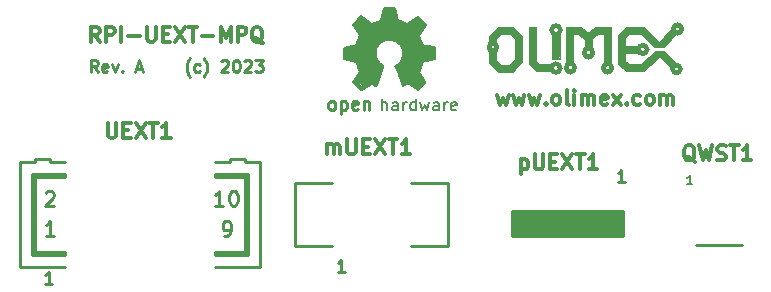
<source format=gbr>
G04 #@! TF.GenerationSoftware,KiCad,Pcbnew,5.1.0-rc2-unknown-036be7d~80~ubuntu16.04.1*
G04 #@! TF.CreationDate,2023-05-24T11:50:46+03:00*
G04 #@! TF.ProjectId,RPI-UEXT-MPQ_Rev_A,5250492d-5545-4585-942d-4d50515f5265,A*
G04 #@! TF.SameCoordinates,Original*
G04 #@! TF.FileFunction,Legend,Top*
G04 #@! TF.FilePolarity,Positive*
%FSLAX46Y46*%
G04 Gerber Fmt 4.6, Leading zero omitted, Abs format (unit mm)*
G04 Created by KiCad (PCBNEW 5.1.0-rc2-unknown-036be7d~80~ubuntu16.04.1) date 2023-05-24 11:50:46*
%MOMM*%
%LPD*%
G04 APERTURE LIST*
%ADD10C,0.254000*%
%ADD11C,0.317500*%
%ADD12C,0.370000*%
%ADD13C,1.000000*%
%ADD14C,0.150000*%
%ADD15C,0.380000*%
%ADD16C,0.400000*%
%ADD17C,0.420000*%
%ADD18C,0.100000*%
%ADD19C,0.700000*%
%ADD20C,0.500000*%
%ADD21C,0.180000*%
%ADD22C,0.190500*%
G04 APERTURE END LIST*
D10*
X101382285Y-78056619D02*
X100801714Y-78056619D01*
X101092000Y-78056619D02*
X101092000Y-77040619D01*
X100995238Y-77185761D01*
X100898476Y-77282523D01*
X100801714Y-77330904D01*
X113048142Y-60536666D02*
X112999761Y-60488285D01*
X112903000Y-60343142D01*
X112854619Y-60246380D01*
X112806238Y-60101238D01*
X112757857Y-59859333D01*
X112757857Y-59665809D01*
X112806238Y-59423904D01*
X112854619Y-59278761D01*
X112903000Y-59182000D01*
X112999761Y-59036857D01*
X113048142Y-58988476D01*
X113870619Y-60101238D02*
X113773857Y-60149619D01*
X113580333Y-60149619D01*
X113483571Y-60101238D01*
X113435190Y-60052857D01*
X113386809Y-59956095D01*
X113386809Y-59665809D01*
X113435190Y-59569047D01*
X113483571Y-59520666D01*
X113580333Y-59472285D01*
X113773857Y-59472285D01*
X113870619Y-59520666D01*
X114209285Y-60536666D02*
X114257666Y-60488285D01*
X114354428Y-60343142D01*
X114402809Y-60246380D01*
X114451190Y-60101238D01*
X114499571Y-59859333D01*
X114499571Y-59665809D01*
X114451190Y-59423904D01*
X114402809Y-59278761D01*
X114354428Y-59182000D01*
X114257666Y-59036857D01*
X114209285Y-58988476D01*
X115709095Y-59230380D02*
X115757476Y-59182000D01*
X115854238Y-59133619D01*
X116096142Y-59133619D01*
X116192904Y-59182000D01*
X116241285Y-59230380D01*
X116289666Y-59327142D01*
X116289666Y-59423904D01*
X116241285Y-59569047D01*
X115660714Y-60149619D01*
X116289666Y-60149619D01*
X116918619Y-59133619D02*
X117015380Y-59133619D01*
X117112142Y-59182000D01*
X117160523Y-59230380D01*
X117208904Y-59327142D01*
X117257285Y-59520666D01*
X117257285Y-59762571D01*
X117208904Y-59956095D01*
X117160523Y-60052857D01*
X117112142Y-60101238D01*
X117015380Y-60149619D01*
X116918619Y-60149619D01*
X116821857Y-60101238D01*
X116773476Y-60052857D01*
X116725095Y-59956095D01*
X116676714Y-59762571D01*
X116676714Y-59520666D01*
X116725095Y-59327142D01*
X116773476Y-59230380D01*
X116821857Y-59182000D01*
X116918619Y-59133619D01*
X117644333Y-59230380D02*
X117692714Y-59182000D01*
X117789476Y-59133619D01*
X118031380Y-59133619D01*
X118128142Y-59182000D01*
X118176523Y-59230380D01*
X118224904Y-59327142D01*
X118224904Y-59423904D01*
X118176523Y-59569047D01*
X117595952Y-60149619D01*
X118224904Y-60149619D01*
X118563571Y-59133619D02*
X119192523Y-59133619D01*
X118853857Y-59520666D01*
X118999000Y-59520666D01*
X119095761Y-59569047D01*
X119144142Y-59617428D01*
X119192523Y-59714190D01*
X119192523Y-59956095D01*
X119144142Y-60052857D01*
X119095761Y-60101238D01*
X118999000Y-60149619D01*
X118708714Y-60149619D01*
X118611952Y-60101238D01*
X118563571Y-60052857D01*
D11*
X139058952Y-62084857D02*
X139300857Y-62931523D01*
X139542761Y-62326761D01*
X139784666Y-62931523D01*
X140026571Y-62084857D01*
X140389428Y-62084857D02*
X140631333Y-62931523D01*
X140873238Y-62326761D01*
X141115142Y-62931523D01*
X141357047Y-62084857D01*
X141719904Y-62084857D02*
X141961809Y-62931523D01*
X142203714Y-62326761D01*
X142445619Y-62931523D01*
X142687523Y-62084857D01*
X143171333Y-62810571D02*
X143231809Y-62871047D01*
X143171333Y-62931523D01*
X143110857Y-62871047D01*
X143171333Y-62810571D01*
X143171333Y-62931523D01*
X143957523Y-62931523D02*
X143836571Y-62871047D01*
X143776095Y-62810571D01*
X143715619Y-62689619D01*
X143715619Y-62326761D01*
X143776095Y-62205809D01*
X143836571Y-62145333D01*
X143957523Y-62084857D01*
X144138952Y-62084857D01*
X144259904Y-62145333D01*
X144320380Y-62205809D01*
X144380857Y-62326761D01*
X144380857Y-62689619D01*
X144320380Y-62810571D01*
X144259904Y-62871047D01*
X144138952Y-62931523D01*
X143957523Y-62931523D01*
X145106571Y-62931523D02*
X144985619Y-62871047D01*
X144925142Y-62750095D01*
X144925142Y-61661523D01*
X145590380Y-62931523D02*
X145590380Y-62084857D01*
X145590380Y-61661523D02*
X145529904Y-61722000D01*
X145590380Y-61782476D01*
X145650857Y-61722000D01*
X145590380Y-61661523D01*
X145590380Y-61782476D01*
X146195142Y-62931523D02*
X146195142Y-62084857D01*
X146195142Y-62205809D02*
X146255619Y-62145333D01*
X146376571Y-62084857D01*
X146558000Y-62084857D01*
X146678952Y-62145333D01*
X146739428Y-62266285D01*
X146739428Y-62931523D01*
X146739428Y-62266285D02*
X146799904Y-62145333D01*
X146920857Y-62084857D01*
X147102285Y-62084857D01*
X147223238Y-62145333D01*
X147283714Y-62266285D01*
X147283714Y-62931523D01*
X148372285Y-62871047D02*
X148251333Y-62931523D01*
X148009428Y-62931523D01*
X147888476Y-62871047D01*
X147828000Y-62750095D01*
X147828000Y-62266285D01*
X147888476Y-62145333D01*
X148009428Y-62084857D01*
X148251333Y-62084857D01*
X148372285Y-62145333D01*
X148432761Y-62266285D01*
X148432761Y-62387238D01*
X147828000Y-62508190D01*
X148856095Y-62931523D02*
X149521333Y-62084857D01*
X148856095Y-62084857D02*
X149521333Y-62931523D01*
X150005142Y-62810571D02*
X150065619Y-62871047D01*
X150005142Y-62931523D01*
X149944666Y-62871047D01*
X150005142Y-62810571D01*
X150005142Y-62931523D01*
X151154190Y-62871047D02*
X151033238Y-62931523D01*
X150791333Y-62931523D01*
X150670380Y-62871047D01*
X150609904Y-62810571D01*
X150549428Y-62689619D01*
X150549428Y-62326761D01*
X150609904Y-62205809D01*
X150670380Y-62145333D01*
X150791333Y-62084857D01*
X151033238Y-62084857D01*
X151154190Y-62145333D01*
X151879904Y-62931523D02*
X151758952Y-62871047D01*
X151698476Y-62810571D01*
X151638000Y-62689619D01*
X151638000Y-62326761D01*
X151698476Y-62205809D01*
X151758952Y-62145333D01*
X151879904Y-62084857D01*
X152061333Y-62084857D01*
X152182285Y-62145333D01*
X152242761Y-62205809D01*
X152303238Y-62326761D01*
X152303238Y-62689619D01*
X152242761Y-62810571D01*
X152182285Y-62871047D01*
X152061333Y-62931523D01*
X151879904Y-62931523D01*
X152847523Y-62931523D02*
X152847523Y-62084857D01*
X152847523Y-62205809D02*
X152908000Y-62145333D01*
X153028952Y-62084857D01*
X153210380Y-62084857D01*
X153331333Y-62145333D01*
X153391809Y-62266285D01*
X153391809Y-62931523D01*
X153391809Y-62266285D02*
X153452285Y-62145333D01*
X153573238Y-62084857D01*
X153754666Y-62084857D01*
X153875619Y-62145333D01*
X153936095Y-62266285D01*
X153936095Y-62931523D01*
D10*
X105234619Y-60149619D02*
X104895952Y-59665809D01*
X104654047Y-60149619D02*
X104654047Y-59133619D01*
X105041095Y-59133619D01*
X105137857Y-59182000D01*
X105186238Y-59230380D01*
X105234619Y-59327142D01*
X105234619Y-59472285D01*
X105186238Y-59569047D01*
X105137857Y-59617428D01*
X105041095Y-59665809D01*
X104654047Y-59665809D01*
X106057095Y-60101238D02*
X105960333Y-60149619D01*
X105766809Y-60149619D01*
X105670047Y-60101238D01*
X105621666Y-60004476D01*
X105621666Y-59617428D01*
X105670047Y-59520666D01*
X105766809Y-59472285D01*
X105960333Y-59472285D01*
X106057095Y-59520666D01*
X106105476Y-59617428D01*
X106105476Y-59714190D01*
X105621666Y-59810952D01*
X106444142Y-59472285D02*
X106686047Y-60149619D01*
X106927952Y-59472285D01*
X107315000Y-60052857D02*
X107363380Y-60101238D01*
X107315000Y-60149619D01*
X107266619Y-60101238D01*
X107315000Y-60052857D01*
X107315000Y-60149619D01*
X108524523Y-59859333D02*
X109008333Y-59859333D01*
X108427761Y-60149619D02*
X108766428Y-59133619D01*
X109105095Y-60149619D01*
D11*
X105416047Y-57597523D02*
X104992714Y-56992761D01*
X104690333Y-57597523D02*
X104690333Y-56327523D01*
X105174142Y-56327523D01*
X105295095Y-56388000D01*
X105355571Y-56448476D01*
X105416047Y-56569428D01*
X105416047Y-56750857D01*
X105355571Y-56871809D01*
X105295095Y-56932285D01*
X105174142Y-56992761D01*
X104690333Y-56992761D01*
X105960333Y-57597523D02*
X105960333Y-56327523D01*
X106444142Y-56327523D01*
X106565095Y-56388000D01*
X106625571Y-56448476D01*
X106686047Y-56569428D01*
X106686047Y-56750857D01*
X106625571Y-56871809D01*
X106565095Y-56932285D01*
X106444142Y-56992761D01*
X105960333Y-56992761D01*
X107230333Y-57597523D02*
X107230333Y-56327523D01*
X107835095Y-57113714D02*
X108802714Y-57113714D01*
X109407476Y-56327523D02*
X109407476Y-57355619D01*
X109467952Y-57476571D01*
X109528428Y-57537047D01*
X109649380Y-57597523D01*
X109891285Y-57597523D01*
X110012238Y-57537047D01*
X110072714Y-57476571D01*
X110133190Y-57355619D01*
X110133190Y-56327523D01*
X110737952Y-56932285D02*
X111161285Y-56932285D01*
X111342714Y-57597523D02*
X110737952Y-57597523D01*
X110737952Y-56327523D01*
X111342714Y-56327523D01*
X111766047Y-56327523D02*
X112612714Y-57597523D01*
X112612714Y-56327523D02*
X111766047Y-57597523D01*
X112915095Y-56327523D02*
X113640809Y-56327523D01*
X113277952Y-57597523D02*
X113277952Y-56327523D01*
X114064142Y-57113714D02*
X115031761Y-57113714D01*
X115636523Y-57597523D02*
X115636523Y-56327523D01*
X116059857Y-57234666D01*
X116483190Y-56327523D01*
X116483190Y-57597523D01*
X117087952Y-57597523D02*
X117087952Y-56327523D01*
X117571761Y-56327523D01*
X117692714Y-56388000D01*
X117753190Y-56448476D01*
X117813666Y-56569428D01*
X117813666Y-56750857D01*
X117753190Y-56871809D01*
X117692714Y-56932285D01*
X117571761Y-56992761D01*
X117087952Y-56992761D01*
X119204619Y-57718476D02*
X119083666Y-57658000D01*
X118962714Y-57537047D01*
X118781285Y-57355619D01*
X118660333Y-57295142D01*
X118539380Y-57295142D01*
X118599857Y-57597523D02*
X118478904Y-57537047D01*
X118357952Y-57416095D01*
X118297476Y-57174190D01*
X118297476Y-56750857D01*
X118357952Y-56508952D01*
X118478904Y-56388000D01*
X118599857Y-56327523D01*
X118841761Y-56327523D01*
X118962714Y-56388000D01*
X119083666Y-56508952D01*
X119144142Y-56750857D01*
X119144142Y-57174190D01*
X119083666Y-57416095D01*
X118962714Y-57537047D01*
X118841761Y-57597523D01*
X118599857Y-57597523D01*
D12*
X130589020Y-59690000D02*
G75*
G03X130959860Y-57825640I-746760J1117600D01*
G01*
X130970020Y-57840880D02*
G75*
G03X129044700Y-57642760I-1061720J-863600D01*
G01*
X129019300Y-57668160D02*
G75*
G03X129095500Y-59522360I965200J-889000D01*
G01*
D13*
X131084320Y-59740800D02*
X131417060Y-60472320D01*
X131084320Y-59832240D02*
X132265420Y-60845700D01*
X131198620Y-59695080D02*
X131815840Y-60022740D01*
X131518660Y-59275980D02*
X132128260Y-59382660D01*
X132354320Y-58117740D02*
X131632960Y-58265060D01*
X132113020Y-57424320D02*
X131457700Y-57790080D01*
X131244340Y-56555640D02*
X130825240Y-57142380D01*
X130657600Y-56304180D02*
X130436620Y-56989980D01*
X129392680Y-56288940D02*
X129560320Y-56898540D01*
X128958340Y-56548020D02*
X129133600Y-56906160D01*
X127960120Y-57325260D02*
X128417320Y-57614820D01*
X127784860Y-57805320D02*
X128226820Y-57965340D01*
X127459740Y-59049920D02*
X128165860Y-58922920D01*
X127708660Y-59695080D02*
X128272540Y-59215020D01*
X128374140Y-60594240D02*
X128739900Y-59832240D01*
X133164580Y-58541920D02*
X131696460Y-58628280D01*
X132173980Y-56357520D02*
X131061460Y-57424320D01*
X129908300Y-55300880D02*
X129913380Y-56814720D01*
X127647700Y-56276240D02*
X128709420Y-57383680D01*
X126662180Y-58562240D02*
X128079500Y-58501280D01*
X127698500Y-60766960D02*
X128551940Y-59745880D01*
D14*
X128714500Y-59336940D02*
X129021840Y-59603640D01*
X128384300Y-56423560D02*
X129367280Y-55930800D01*
X130563620Y-59928760D02*
X130441700Y-59644280D01*
X130700780Y-59474100D02*
X130446780Y-59639200D01*
X129199640Y-59471560D02*
X129425700Y-59646820D01*
X128831340Y-59357260D02*
X129090420Y-59695080D01*
X128607820Y-59136280D02*
X128701800Y-59306460D01*
X128607820Y-59136280D02*
X128701800Y-59306460D01*
X128470660Y-58282840D02*
X128602740Y-59105800D01*
X128894840Y-57546240D02*
X128475740Y-58277760D01*
X129766060Y-57116980D02*
X128894840Y-57546240D01*
X130581400Y-57284620D02*
X129766060Y-57124600D01*
X131091940Y-57713880D02*
X130581400Y-57284620D01*
X131325620Y-58386980D02*
X131091940Y-57713880D01*
X131320540Y-58892440D02*
X131320540Y-58374280D01*
X130944620Y-59603640D02*
X131320540Y-58892440D01*
X130766820Y-59725560D02*
X130944620Y-59603640D01*
X127495300Y-55704740D02*
X128379220Y-56426100D01*
X127739140Y-57058560D02*
X127137160Y-56149240D01*
X127734060Y-57053480D02*
X127347980Y-58051700D01*
X126204980Y-58320940D02*
X127320040Y-58074560D01*
X126347220Y-58265060D02*
X126347220Y-58915300D01*
X130723640Y-59667140D02*
X131251960Y-61048900D01*
X131114800Y-61346080D02*
X130728720Y-60365640D01*
X131643120Y-61018420D02*
X131114800Y-61346080D01*
X132326380Y-61351160D02*
X131505960Y-60822840D01*
X131462780Y-61046360D02*
X132339080Y-61666120D01*
X132349240Y-61661040D02*
X133032500Y-60970160D01*
X132745480Y-60886340D02*
X132260340Y-61417200D01*
X132778500Y-59250580D02*
X132397500Y-60231020D01*
X132674360Y-59283600D02*
X133797040Y-59072780D01*
X133812280Y-58094880D02*
X133809740Y-59052460D01*
X133728460Y-58836560D02*
X132621020Y-59060080D01*
X132425440Y-57066180D02*
X132791200Y-57934860D01*
X133040120Y-56184800D02*
X132336540Y-57175400D01*
X132341620Y-55486300D02*
X133035040Y-56177180D01*
X131325620Y-56161940D02*
X132336540Y-55488840D01*
X130639820Y-55775860D02*
X131445000Y-56113680D01*
X130423920Y-54686200D02*
X130649980Y-55857140D01*
X129458720Y-54686200D02*
X130423920Y-54686200D01*
X129448560Y-54693820D02*
X129247900Y-55719980D01*
X128460500Y-56088280D02*
X129364740Y-55709820D01*
X127525780Y-55440580D02*
X128496060Y-56156860D01*
X126839980Y-56156860D02*
X127513080Y-55443120D01*
X126860300Y-56192420D02*
X127454660Y-57045860D01*
X127121920Y-57876440D02*
X127457200Y-57043320D01*
X126052580Y-58074560D02*
X127223520Y-57871360D01*
X126055120Y-58077100D02*
X126055120Y-59062620D01*
X126055120Y-59070240D02*
X127127000Y-59265820D01*
X126817120Y-60977780D02*
X127414020Y-60114180D01*
X127546100Y-61673740D02*
X126824740Y-60980320D01*
X128379220Y-61102240D02*
X127553720Y-61666120D01*
X128391920Y-61112400D02*
X128737360Y-61333380D01*
X128775460Y-61315600D02*
X129425700Y-59646820D01*
D12*
X132341620Y-61506100D02*
X132895340Y-60960000D01*
X132275580Y-60065920D02*
X132895340Y-60952380D01*
X131152900Y-61132720D02*
X130578860Y-59692540D01*
X131490720Y-60947300D02*
X131152900Y-61132720D01*
X132326380Y-61513720D02*
X131490720Y-60947300D01*
X132681980Y-59154060D02*
X132275580Y-60065920D01*
X133695440Y-58983880D02*
X132681980Y-59154060D01*
X133695440Y-58148220D02*
X133695440Y-58983880D01*
X132613400Y-57919620D02*
X133695440Y-58148220D01*
X132273040Y-56982360D02*
X132613400Y-57919620D01*
X132890260Y-56192420D02*
X132273040Y-56982360D01*
X132336540Y-55643780D02*
X132890260Y-56189880D01*
X131432300Y-56276240D02*
X132336540Y-55641800D01*
X130517900Y-55831740D02*
X131419600Y-56281320D01*
X130304540Y-54813200D02*
X130517900Y-55831740D01*
X129537460Y-54792880D02*
X130322320Y-54792880D01*
X129545080Y-54805580D02*
X129339340Y-55819040D01*
X128440180Y-56245760D02*
X129286000Y-55839360D01*
X127551180Y-55603140D02*
X128379220Y-56255920D01*
D15*
X127002540Y-56161940D02*
X127502920Y-55628540D01*
D12*
X127012700Y-56184800D02*
X127568960Y-57035700D01*
X127241300Y-57952640D02*
X127589280Y-57086500D01*
X126192280Y-58168540D02*
X127210820Y-57988200D01*
D15*
X126204980Y-58181240D02*
X126199900Y-58968640D01*
D12*
X126194820Y-58958480D02*
X127144780Y-59176920D01*
X127172720Y-59199780D02*
X127530860Y-60083700D01*
X126997460Y-60960000D02*
X127530860Y-60126880D01*
D15*
X126982220Y-60960000D02*
X127546100Y-61498480D01*
D16*
X127558800Y-61498480D02*
X128338580Y-60967620D01*
D12*
X128348740Y-60949840D02*
X128666240Y-61155580D01*
D17*
X128694180Y-61135260D02*
X129245360Y-59712860D01*
D18*
X150101300Y-56337200D02*
X151472900Y-56337200D01*
X151472900Y-56337200D02*
X151523700Y-56337200D01*
X151523700Y-56337200D02*
X152781000Y-57581800D01*
X148577300Y-56451500D02*
X148678900Y-56451500D01*
X148729700Y-56388000D02*
X148729700Y-56375300D01*
X148729700Y-56375300D02*
X147434300Y-56375300D01*
X147434300Y-56375300D02*
X147408900Y-56375300D01*
X147408900Y-56375300D02*
X146786600Y-56870600D01*
X148729700Y-59397900D02*
X148729700Y-56388000D01*
X145072100Y-56438800D02*
X144995900Y-56438800D01*
X144919700Y-56375300D02*
X146164300Y-56375300D01*
X146164300Y-56375300D02*
X146748500Y-56857900D01*
X144919700Y-59372500D02*
X144919700Y-56388000D01*
X144183100Y-58966100D02*
X144272000Y-58966100D01*
X143840200Y-58966100D02*
X143776700Y-58966100D01*
X143700500Y-59029600D02*
X144310100Y-59029600D01*
X144310100Y-59029600D02*
X144335500Y-59029600D01*
X144335500Y-59029600D02*
X144335500Y-57010300D01*
X143700500Y-57010300D02*
X143700500Y-59029600D01*
X142201900Y-56400700D02*
X142316200Y-56400700D01*
X142074900Y-56324500D02*
X142379700Y-56324500D01*
X142379700Y-56324500D02*
X142379700Y-59359800D01*
X141897100Y-56413400D02*
X141833600Y-56400700D01*
X141782800Y-56324500D02*
X141770100Y-56324500D01*
X141770100Y-56324500D02*
X141757400Y-56324500D01*
X141757400Y-56324500D02*
X141757400Y-59474100D01*
X142062200Y-56324500D02*
X141782800Y-56324500D01*
D19*
X142062200Y-59397900D02*
X142062200Y-56667400D01*
X148399500Y-56680100D02*
X148399500Y-59283600D01*
X140284200Y-56667400D02*
X139280900Y-56667400D01*
X140906500Y-57277000D02*
X140906500Y-59207400D01*
X138684000Y-57315100D02*
X138684000Y-57556400D01*
X138684000Y-59283600D02*
X139268200Y-59855100D01*
X138696700Y-59296300D02*
X138696700Y-58534300D01*
X139255500Y-59855100D02*
X140296900Y-59855100D01*
D16*
X151743659Y-58242200D02*
G75*
G03X151743659Y-58242200I-359659J0D01*
G01*
D19*
X150876000Y-58242200D02*
X149656800Y-58242200D01*
D16*
X154677135Y-56502300D02*
G75*
G03X154677135Y-56502300I-359435J0D01*
G01*
D19*
X153949400Y-56857900D02*
X153085800Y-57751600D01*
D20*
X152527000Y-57848500D02*
X153085800Y-57848500D01*
D19*
X151409400Y-56667400D02*
X152501600Y-57734200D01*
X150187500Y-56667400D02*
X151409400Y-56667400D01*
X149656800Y-57150000D02*
X150139400Y-56642000D01*
X149656800Y-57175400D02*
X149656800Y-59410600D01*
X149656800Y-59410600D02*
X150088600Y-59842400D01*
X150088600Y-59842400D02*
X151409400Y-59842400D01*
X151409400Y-59842400D02*
X152552400Y-58724800D01*
D20*
X152552400Y-58623200D02*
X153085800Y-58623200D01*
D19*
X153898600Y-59537600D02*
X153060400Y-58724800D01*
D16*
X154558266Y-59893200D02*
G75*
G03X154558266Y-59893200I-329466J0D01*
G01*
X148762729Y-59804300D02*
G75*
G03X148762729Y-59804300I-363229J0D01*
G01*
D19*
X147497800Y-56692800D02*
X148386800Y-56692800D01*
D16*
X147157518Y-58521600D02*
G75*
G03X147157518Y-58521600I-370918J0D01*
G01*
D19*
X146862800Y-57200800D02*
X147497800Y-56692800D01*
X146786600Y-57988200D02*
X146786600Y-57277000D01*
X146075400Y-56692800D02*
X146685000Y-57200800D01*
X145237200Y-56692800D02*
X146075400Y-56692800D01*
X145237200Y-59283600D02*
X145237200Y-56692800D01*
D16*
X145609559Y-59791600D02*
G75*
G03X145609559Y-59791600I-359659J0D01*
G01*
X144404218Y-56591200D02*
G75*
G03X144404218Y-56591200I-373518J0D01*
G01*
D19*
X144018000Y-57124600D02*
X144018000Y-58724800D01*
D16*
X144384324Y-59817000D02*
G75*
G03X144384324Y-59817000I-366324J0D01*
G01*
D19*
X143505200Y-59842400D02*
X142519400Y-59842400D01*
X142519400Y-59842400D02*
X142062200Y-59385200D01*
X140893800Y-59245500D02*
X140335000Y-59829700D01*
X140284200Y-56680100D02*
X140919200Y-57289700D01*
X138684000Y-57264300D02*
X139192000Y-56756300D01*
D16*
X139034147Y-58039000D02*
G75*
G03X139034147Y-58039000I-337447J0D01*
G01*
D10*
X155860000Y-74785000D02*
X159800000Y-74785000D01*
X149699000Y-74000000D02*
X140301000Y-74000000D01*
G36*
X149699000Y-74000000D02*
G01*
X149699000Y-71946000D01*
X140301000Y-71946000D01*
X140301000Y-74000000D01*
X149699000Y-74000000D01*
G37*
X149699000Y-74000000D02*
X149699000Y-71946000D01*
X140301000Y-71946000D01*
X140301000Y-74000000D01*
X149699000Y-74000000D01*
X121900000Y-74850000D02*
X125050000Y-74850000D01*
X121900000Y-74850000D02*
X121900000Y-69550000D01*
X121900000Y-69550000D02*
X125050000Y-69550000D01*
X134900000Y-69550000D02*
X134900000Y-74850000D01*
X134900000Y-74850000D02*
X131750000Y-74850000D01*
X134900000Y-69550000D02*
X131750000Y-69550000D01*
X117436000Y-68898000D02*
X117944000Y-68898000D01*
X117563000Y-75502000D02*
X117817000Y-75502000D01*
X100164000Y-75502000D02*
X99783000Y-75502000D01*
X100164000Y-68898000D02*
X99783000Y-68898000D01*
X99910000Y-69025000D02*
X102450000Y-69025000D01*
X115150000Y-69025000D02*
X117690000Y-69025000D01*
X117690000Y-75375000D02*
X117690000Y-69025000D01*
X99910000Y-69025000D02*
X99910000Y-75375000D01*
X98640000Y-67755000D02*
X99910000Y-67755000D01*
X118960000Y-76645000D02*
X115150000Y-76645000D01*
X118960000Y-76645000D02*
X118960000Y-67755000D01*
X98640000Y-67755000D02*
X98640000Y-76645000D01*
X117690000Y-75375000D02*
X115150000Y-75375000D01*
X102450000Y-75375000D02*
X99910000Y-75375000D01*
X117690000Y-67755000D02*
X117690000Y-67501000D01*
X117690000Y-67501000D02*
X116420000Y-67501000D01*
X116420000Y-67755000D02*
X116420000Y-67501000D01*
X117690000Y-67755000D02*
X118960000Y-67755000D01*
X115150000Y-67755000D02*
X116420000Y-67755000D01*
X101180000Y-67501000D02*
X99910000Y-67501000D01*
X99910000Y-67501000D02*
X99910000Y-67755000D01*
X101180000Y-67501000D02*
X101180000Y-67755000D01*
X101180000Y-67755000D02*
X102450000Y-67755000D01*
X115150000Y-75629000D02*
X117944000Y-75629000D01*
X117944000Y-75629000D02*
X117944000Y-68771000D01*
X117944000Y-68771000D02*
X115150000Y-68771000D01*
X102450000Y-68771000D02*
X99656000Y-68771000D01*
X99656000Y-68771000D02*
X99656000Y-75629000D01*
X99656000Y-75629000D02*
X102450000Y-75629000D01*
X102450000Y-76645000D02*
X98640000Y-76645000D01*
X115150000Y-69025000D02*
X115150000Y-68771000D01*
X115150000Y-75629000D02*
X115150000Y-75375000D01*
X102450000Y-75629000D02*
X102450000Y-75375000D01*
X102450000Y-69025000D02*
X102450000Y-68771000D01*
X124974701Y-63347379D02*
X124869940Y-63294998D01*
X124817559Y-63242617D01*
X124765178Y-63137855D01*
X124765178Y-62823569D01*
X124817559Y-62718807D01*
X124869940Y-62666426D01*
X124974701Y-62614045D01*
X125131844Y-62614045D01*
X125236606Y-62666426D01*
X125288987Y-62718807D01*
X125341368Y-62823569D01*
X125341368Y-63137855D01*
X125288987Y-63242617D01*
X125236606Y-63294998D01*
X125131844Y-63347379D01*
X124974701Y-63347379D01*
X125812797Y-62614045D02*
X125812797Y-63714045D01*
X125812797Y-62666426D02*
X125917559Y-62614045D01*
X126127082Y-62614045D01*
X126231844Y-62666426D01*
X126284225Y-62718807D01*
X126336606Y-62823569D01*
X126336606Y-63137855D01*
X126284225Y-63242617D01*
X126231844Y-63294998D01*
X126127082Y-63347379D01*
X125917559Y-63347379D01*
X125812797Y-63294998D01*
X127227082Y-63294998D02*
X127122320Y-63347379D01*
X126912797Y-63347379D01*
X126808035Y-63294998D01*
X126755654Y-63190236D01*
X126755654Y-62771188D01*
X126808035Y-62666426D01*
X126912797Y-62614045D01*
X127122320Y-62614045D01*
X127227082Y-62666426D01*
X127279463Y-62771188D01*
X127279463Y-62875950D01*
X126755654Y-62980712D01*
X127750892Y-62614045D02*
X127750892Y-63347379D01*
X127750892Y-62718807D02*
X127803273Y-62666426D01*
X127908035Y-62614045D01*
X128065178Y-62614045D01*
X128169940Y-62666426D01*
X128222320Y-62771188D01*
X128222320Y-63347379D01*
D21*
X129290202Y-63393580D02*
X129290202Y-62393580D01*
X129718774Y-63393580D02*
X129718774Y-62869771D01*
X129671155Y-62774533D01*
X129575917Y-62726914D01*
X129433060Y-62726914D01*
X129337821Y-62774533D01*
X129290202Y-62822152D01*
X130623536Y-63393580D02*
X130623536Y-62869771D01*
X130575917Y-62774533D01*
X130480679Y-62726914D01*
X130290202Y-62726914D01*
X130194964Y-62774533D01*
X130623536Y-63345961D02*
X130528298Y-63393580D01*
X130290202Y-63393580D01*
X130194964Y-63345961D01*
X130147345Y-63250723D01*
X130147345Y-63155485D01*
X130194964Y-63060247D01*
X130290202Y-63012628D01*
X130528298Y-63012628D01*
X130623536Y-62965009D01*
X131099726Y-63393580D02*
X131099726Y-62726914D01*
X131099726Y-62917390D02*
X131147345Y-62822152D01*
X131194964Y-62774533D01*
X131290202Y-62726914D01*
X131385440Y-62726914D01*
X132147345Y-63393580D02*
X132147345Y-62393580D01*
X132147345Y-63345961D02*
X132052107Y-63393580D01*
X131861631Y-63393580D01*
X131766393Y-63345961D01*
X131718774Y-63298342D01*
X131671155Y-63203104D01*
X131671155Y-62917390D01*
X131718774Y-62822152D01*
X131766393Y-62774533D01*
X131861631Y-62726914D01*
X132052107Y-62726914D01*
X132147345Y-62774533D01*
X132528298Y-62726914D02*
X132718774Y-63393580D01*
X132909250Y-62917390D01*
X133099726Y-63393580D01*
X133290202Y-62726914D01*
X134099726Y-63393580D02*
X134099726Y-62869771D01*
X134052107Y-62774533D01*
X133956869Y-62726914D01*
X133766393Y-62726914D01*
X133671155Y-62774533D01*
X134099726Y-63345961D02*
X134004488Y-63393580D01*
X133766393Y-63393580D01*
X133671155Y-63345961D01*
X133623536Y-63250723D01*
X133623536Y-63155485D01*
X133671155Y-63060247D01*
X133766393Y-63012628D01*
X134004488Y-63012628D01*
X134099726Y-62965009D01*
X134575917Y-63393580D02*
X134575917Y-62726914D01*
X134575917Y-62917390D02*
X134623536Y-62822152D01*
X134671155Y-62774533D01*
X134766393Y-62726914D01*
X134861631Y-62726914D01*
X135575917Y-63345961D02*
X135480679Y-63393580D01*
X135290202Y-63393580D01*
X135194964Y-63345961D01*
X135147345Y-63250723D01*
X135147345Y-62869771D01*
X135194964Y-62774533D01*
X135290202Y-62726914D01*
X135480679Y-62726914D01*
X135575917Y-62774533D01*
X135623536Y-62869771D01*
X135623536Y-62965009D01*
X135147345Y-63060247D01*
D11*
X155798761Y-67751476D02*
X155677809Y-67691000D01*
X155556857Y-67570047D01*
X155375428Y-67388619D01*
X155254476Y-67328142D01*
X155133523Y-67328142D01*
X155194000Y-67630523D02*
X155073047Y-67570047D01*
X154952095Y-67449095D01*
X154891619Y-67207190D01*
X154891619Y-66783857D01*
X154952095Y-66541952D01*
X155073047Y-66421000D01*
X155194000Y-66360523D01*
X155435904Y-66360523D01*
X155556857Y-66421000D01*
X155677809Y-66541952D01*
X155738285Y-66783857D01*
X155738285Y-67207190D01*
X155677809Y-67449095D01*
X155556857Y-67570047D01*
X155435904Y-67630523D01*
X155194000Y-67630523D01*
X156161619Y-66360523D02*
X156464000Y-67630523D01*
X156705904Y-66723380D01*
X156947809Y-67630523D01*
X157250190Y-66360523D01*
X157673523Y-67570047D02*
X157854952Y-67630523D01*
X158157333Y-67630523D01*
X158278285Y-67570047D01*
X158338761Y-67509571D01*
X158399238Y-67388619D01*
X158399238Y-67267666D01*
X158338761Y-67146714D01*
X158278285Y-67086238D01*
X158157333Y-67025761D01*
X157915428Y-66965285D01*
X157794476Y-66904809D01*
X157734000Y-66844333D01*
X157673523Y-66723380D01*
X157673523Y-66602428D01*
X157734000Y-66481476D01*
X157794476Y-66421000D01*
X157915428Y-66360523D01*
X158217809Y-66360523D01*
X158399238Y-66421000D01*
X158762095Y-66360523D02*
X159487809Y-66360523D01*
X159124952Y-67630523D02*
X159124952Y-66360523D01*
X160576380Y-67630523D02*
X159850666Y-67630523D01*
X160213523Y-67630523D02*
X160213523Y-66360523D01*
X160092571Y-66541952D01*
X159971619Y-66662904D01*
X159850666Y-66723380D01*
D22*
X155556714Y-69650714D02*
X155121285Y-69650714D01*
X155339000Y-69650714D02*
X155339000Y-68888714D01*
X155266428Y-68997571D01*
X155193857Y-69070142D01*
X155121285Y-69106428D01*
D11*
X141066761Y-67545857D02*
X141066761Y-68815857D01*
X141066761Y-67606333D02*
X141187714Y-67545857D01*
X141429619Y-67545857D01*
X141550571Y-67606333D01*
X141611047Y-67666809D01*
X141671523Y-67787761D01*
X141671523Y-68150619D01*
X141611047Y-68271571D01*
X141550571Y-68332047D01*
X141429619Y-68392523D01*
X141187714Y-68392523D01*
X141066761Y-68332047D01*
X142215809Y-67122523D02*
X142215809Y-68150619D01*
X142276285Y-68271571D01*
X142336761Y-68332047D01*
X142457714Y-68392523D01*
X142699619Y-68392523D01*
X142820571Y-68332047D01*
X142881047Y-68271571D01*
X142941523Y-68150619D01*
X142941523Y-67122523D01*
X143546285Y-67727285D02*
X143969619Y-67727285D01*
X144151047Y-68392523D02*
X143546285Y-68392523D01*
X143546285Y-67122523D01*
X144151047Y-67122523D01*
X144574380Y-67122523D02*
X145421047Y-68392523D01*
X145421047Y-67122523D02*
X144574380Y-68392523D01*
X145723428Y-67122523D02*
X146449142Y-67122523D01*
X146086285Y-68392523D02*
X146086285Y-67122523D01*
X147537714Y-68392523D02*
X146812000Y-68392523D01*
X147174857Y-68392523D02*
X147174857Y-67122523D01*
X147053904Y-67303952D01*
X146932952Y-67424904D01*
X146812000Y-67485380D01*
D10*
X149862285Y-69441619D02*
X149281714Y-69441619D01*
X149572000Y-69441619D02*
X149572000Y-68425619D01*
X149475238Y-68570761D01*
X149378476Y-68667523D01*
X149281714Y-68715904D01*
D11*
X124665619Y-67122523D02*
X124665619Y-66275857D01*
X124665619Y-66396809D02*
X124726095Y-66336333D01*
X124847047Y-66275857D01*
X125028476Y-66275857D01*
X125149428Y-66336333D01*
X125209904Y-66457285D01*
X125209904Y-67122523D01*
X125209904Y-66457285D02*
X125270380Y-66336333D01*
X125391333Y-66275857D01*
X125572761Y-66275857D01*
X125693714Y-66336333D01*
X125754190Y-66457285D01*
X125754190Y-67122523D01*
X126358952Y-65852523D02*
X126358952Y-66880619D01*
X126419428Y-67001571D01*
X126479904Y-67062047D01*
X126600857Y-67122523D01*
X126842761Y-67122523D01*
X126963714Y-67062047D01*
X127024190Y-67001571D01*
X127084666Y-66880619D01*
X127084666Y-65852523D01*
X127689428Y-66457285D02*
X128112761Y-66457285D01*
X128294190Y-67122523D02*
X127689428Y-67122523D01*
X127689428Y-65852523D01*
X128294190Y-65852523D01*
X128717523Y-65852523D02*
X129564190Y-67122523D01*
X129564190Y-65852523D02*
X128717523Y-67122523D01*
X129866571Y-65852523D02*
X130592285Y-65852523D01*
X130229428Y-67122523D02*
X130229428Y-65852523D01*
X131680857Y-67122523D02*
X130955142Y-67122523D01*
X131318000Y-67122523D02*
X131318000Y-65852523D01*
X131197047Y-66033952D01*
X131076095Y-66154904D01*
X130955142Y-66215380D01*
D10*
X126147285Y-77040619D02*
X125566714Y-77040619D01*
X125857000Y-77040619D02*
X125857000Y-76024619D01*
X125760238Y-76169761D01*
X125663476Y-76266523D01*
X125566714Y-76314904D01*
D11*
X106081285Y-64455523D02*
X106081285Y-65483619D01*
X106141761Y-65604571D01*
X106202238Y-65665047D01*
X106323190Y-65725523D01*
X106565095Y-65725523D01*
X106686047Y-65665047D01*
X106746523Y-65604571D01*
X106807000Y-65483619D01*
X106807000Y-64455523D01*
X107411761Y-65060285D02*
X107835095Y-65060285D01*
X108016523Y-65725523D02*
X107411761Y-65725523D01*
X107411761Y-64455523D01*
X108016523Y-64455523D01*
X108439857Y-64455523D02*
X109286523Y-65725523D01*
X109286523Y-64455523D02*
X108439857Y-65725523D01*
X109588904Y-64455523D02*
X110314619Y-64455523D01*
X109951761Y-65725523D02*
X109951761Y-64455523D01*
X111403190Y-65725523D02*
X110677476Y-65725523D01*
X111040333Y-65725523D02*
X111040333Y-64455523D01*
X110919380Y-64636952D01*
X110798428Y-64757904D01*
X110677476Y-64818380D01*
D10*
X115878095Y-71468523D02*
X115152380Y-71468523D01*
X115515238Y-71468523D02*
X115515238Y-70198523D01*
X115394285Y-70379952D01*
X115273333Y-70500904D01*
X115152380Y-70561380D01*
X116664285Y-70198523D02*
X116785238Y-70198523D01*
X116906190Y-70259000D01*
X116966666Y-70319476D01*
X117027142Y-70440428D01*
X117087619Y-70682333D01*
X117087619Y-70984714D01*
X117027142Y-71226619D01*
X116966666Y-71347571D01*
X116906190Y-71408047D01*
X116785238Y-71468523D01*
X116664285Y-71468523D01*
X116543333Y-71408047D01*
X116482857Y-71347571D01*
X116422380Y-71226619D01*
X116361904Y-70984714D01*
X116361904Y-70682333D01*
X116422380Y-70440428D01*
X116482857Y-70319476D01*
X116543333Y-70259000D01*
X116664285Y-70198523D01*
X101542857Y-74044523D02*
X100817142Y-74044523D01*
X101180000Y-74044523D02*
X101180000Y-72774523D01*
X101059047Y-72955952D01*
X100938095Y-73076904D01*
X100817142Y-73137380D01*
X100817142Y-70355476D02*
X100877619Y-70295000D01*
X100998571Y-70234523D01*
X101300952Y-70234523D01*
X101421904Y-70295000D01*
X101482380Y-70355476D01*
X101542857Y-70476428D01*
X101542857Y-70597380D01*
X101482380Y-70778809D01*
X100756666Y-71504523D01*
X101542857Y-71504523D01*
X115924095Y-74044523D02*
X116166000Y-74044523D01*
X116286952Y-73984047D01*
X116347428Y-73923571D01*
X116468380Y-73742142D01*
X116528857Y-73500238D01*
X116528857Y-73016428D01*
X116468380Y-72895476D01*
X116407904Y-72835000D01*
X116286952Y-72774523D01*
X116045047Y-72774523D01*
X115924095Y-72835000D01*
X115863619Y-72895476D01*
X115803142Y-73016428D01*
X115803142Y-73318809D01*
X115863619Y-73439761D01*
X115924095Y-73500238D01*
X116045047Y-73560714D01*
X116286952Y-73560714D01*
X116407904Y-73500238D01*
X116468380Y-73439761D01*
X116528857Y-73318809D01*
M02*

</source>
